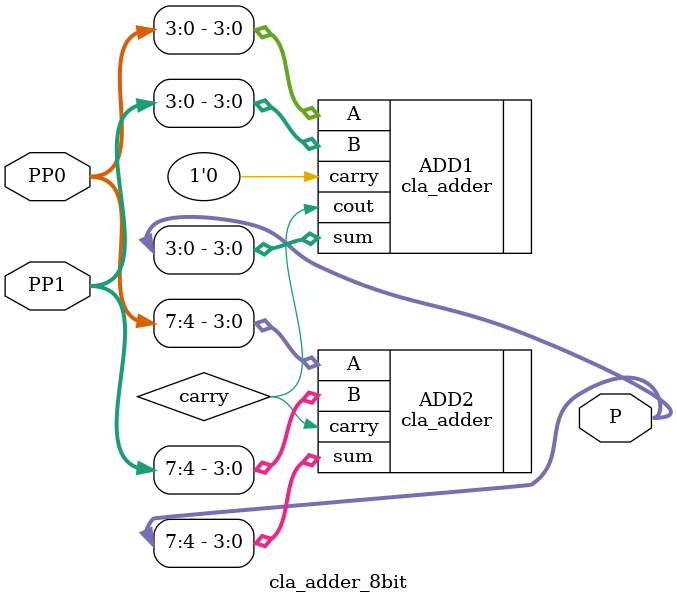
<source format=v>
`timescale 1ns / 1ps

module cla_adder_8bit(
	input wire [7:0] PP0,
	input wire [7:0] PP1,
	output wire [7:0] P 
	//output wire 	  cout
	);

    wire carry;
    
	cla_adder ADD1(
		.A 		(PP0[3:0]),
		.B 		(PP1[3:0]),
		.carry 	(1'b0),
		.sum 	(P[3:0]),
		.cout 	(carry)
		);
	cla_adder ADD2(
		.A 		(PP0[7:4]),
		.B 		(PP1[7:4]),
		.carry 	(carry),
		.sum 	(P[7:4])
		);
		
endmodule // cla_adder_8bit


</source>
